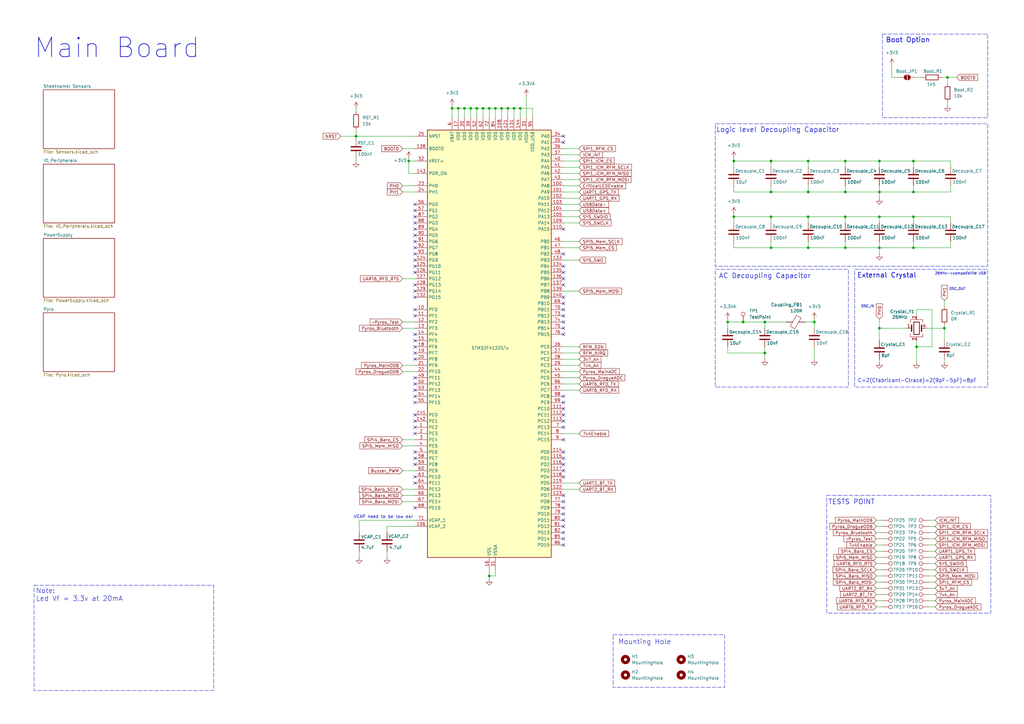
<source format=kicad_sch>
(kicad_sch (version 20231120) (generator "eeschema") (generator_version "8.0")
  (paper "A3")
  (title_block (title "Main Board") (date "2024-11-08") (company "GAUL"))
  (junction (at 187.96 44.45))
  (junction (at 304.8 132.08))
  (junction (at 374.65 88.9))
  (junction (at 387.35 134.62))
  (junction (at 313.69 132.08))
  (junction (at 210.82 44.45))
  (junction (at 200.66 236.22))
  (junction (at 300.99 66.04))
  (junction (at 146.05 55.88))
  (junction (at 205.74 44.45))
  (junction (at 360.68 101.6))
  (junction (at 375.92 142.24))
  (junction (at 346.71 78.74))
  (junction (at 346.71 66.04))
  (junction (at 313.69 144.78))
  (junction (at 360.68 78.74))
  (junction (at 374.65 78.74))
  (junction (at 346.71 101.6))
  (junction (at 193.04 44.45))
  (junction (at 203.2 44.45))
  (junction (at 300.99 88.9))
  (junction (at 374.65 101.6))
  (junction (at 374.65 66.04))
  (junction (at 331.47 101.6))
  (junction (at 185.42 44.45))
  (junction (at 167.64 66.04))
  (junction (at 195.58 44.45))
  (junction (at 316.23 88.9))
  (junction (at 200.66 44.45))
  (junction (at 346.71 88.9))
  (junction (at 331.47 66.04))
  (junction (at 198.12 44.45))
  (junction (at 331.47 88.9))
  (junction (at 360.68 88.9))
  (junction (at 388.62 31.75))
  (junction (at 334.01 132.08))
  (junction (at 316.23 78.74))
  (junction (at 316.23 101.6))
  (junction (at 213.36 44.45))
  (junction (at 316.23 66.04))
  (junction (at 298.45 132.08))
  (junction (at 331.47 78.74))
  (junction (at 360.68 66.04))
  (junction (at 208.28 44.45))
  (junction (at 360.68 134.62))
  (junction (at 190.5 44.45))
  (no_connect (at 170.18 83.82))
  (no_connect (at 170.18 86.36))
  (no_connect (at 170.18 137.16))
  (no_connect (at 170.18 109.22))
  (no_connect (at 231.14 180.34))
  (no_connect (at 231.14 109.22))
  (no_connect (at 170.18 165.1))
  (no_connect (at 231.14 208.28))
  (no_connect (at 170.18 101.6))
  (no_connect (at 170.18 162.56))
  (no_connect (at 231.14 134.62))
  (no_connect (at 170.18 185.42))
  (no_connect (at 231.14 124.46))
  (no_connect (at 170.18 88.9))
  (no_connect (at 231.14 213.36))
  (no_connect (at 170.18 187.96))
  (no_connect (at 170.18 129.54))
  (no_connect (at 170.18 93.98))
  (no_connect (at 231.14 190.5))
  (no_connect (at 170.18 111.76))
  (no_connect (at 170.18 96.52))
  (no_connect (at 231.14 116.84))
  (no_connect (at 231.14 132.08))
  (no_connect (at 231.14 137.16))
  (no_connect (at 170.18 170.18))
  (no_connect (at 170.18 106.68))
  (no_connect (at 170.18 121.92))
  (no_connect (at 231.14 114.3))
  (no_connect (at 170.18 104.14))
  (no_connect (at 170.18 190.5))
  (no_connect (at 231.14 58.42))
  (no_connect (at 231.14 195.58))
  (no_connect (at 170.18 144.78))
  (no_connect (at 231.14 55.88))
  (no_connect (at 170.18 154.94))
  (no_connect (at 231.14 111.76))
  (no_connect (at 231.14 187.96))
  (no_connect (at 170.18 172.72))
  (no_connect (at 231.14 210.82))
  (no_connect (at 231.14 172.72))
  (no_connect (at 170.18 127))
  (no_connect (at 170.18 198.12))
  (no_connect (at 231.14 223.52))
  (no_connect (at 231.14 93.98))
  (no_connect (at 170.18 157.48))
  (no_connect (at 170.18 99.06))
  (no_connect (at 170.18 119.38))
  (no_connect (at 231.14 215.9))
  (no_connect (at 231.14 218.44))
  (no_connect (at 170.18 91.44))
  (no_connect (at 231.14 205.74))
  (no_connect (at 231.14 162.56))
  (no_connect (at 231.14 203.2))
  (no_connect (at 170.18 175.26))
  (no_connect (at 231.14 220.98))
  (no_connect (at 231.14 193.04))
  (no_connect (at 231.14 167.64))
  (no_connect (at 231.14 104.14))
  (no_connect (at 231.14 175.26))
  (no_connect (at 170.18 160.02))
  (no_connect (at 170.18 142.24))
  (no_connect (at 231.14 121.92))
  (no_connect (at 170.18 208.28))
  (no_connect (at 231.14 165.1))
  (no_connect (at 170.18 147.32))
  (no_connect (at 170.18 116.84))
  (no_connect (at 231.14 129.54))
  (no_connect (at 231.14 185.42))
  (no_connect (at 231.14 170.18))
  (no_connect (at 170.18 195.58))
  (no_connect (at 231.14 127))
  (no_connect (at 170.18 177.8))
  (no_connect (at 170.18 139.7))
  (wire (pts (xy 165.1 134.62) (xy 170.18 134.62)))
  (wire (pts (xy 231.14 86.36) (xy 237.49 86.36)))
  (wire (pts (xy 360.68 88.9) (xy 346.71 88.9)))
  (wire (pts (xy 231.14 149.86) (xy 237.49 149.86)))
  (wire (pts (xy 298.45 144.78) (xy 313.69 144.78)))
  (wire (pts (xy 374.65 78.74) (xy 360.68 78.74)))
  (wire (pts (xy 231.14 81.28) (xy 237.49 81.28)))
  (wire (pts (xy 359.41 233.68) (xy 361.95 233.68)))
  (wire (pts (xy 331.47 91.44) (xy 331.47 88.9)))
  (wire (pts (xy 231.14 200.66) (xy 237.49 200.66)))
  (wire (pts (xy 300.99 78.74) (xy 316.23 78.74)))
  (wire (pts (xy 359.41 236.22) (xy 361.95 236.22)))
  (wire (pts (xy 231.14 60.96) (xy 237.49 60.96)))
  (wire (pts (xy 361.95 248.92) (xy 359.41 248.92)))
  (wire (pts (xy 165.1 200.66) (xy 170.18 200.66)))
  (wire (pts (xy 331.47 101.6) (xy 316.23 101.6)))
  (wire (pts (xy 237.49 154.94) (xy 231.14 154.94)))
  (wire (pts (xy 231.14 119.38) (xy 237.49 119.38)))
  (wire (pts (xy 346.71 78.74) (xy 331.47 78.74)))
  (wire (pts (xy 375.92 139.7) (xy 375.92 142.24)))
  (wire (pts (xy 360.68 101.6) (xy 360.68 104.14)))
  (wire (pts (xy 313.69 144.78) (xy 313.69 142.24)))
  (wire (pts (xy 346.71 66.04) (xy 331.47 66.04)))
  (wire (pts (xy 346.71 88.9) (xy 331.47 88.9)))
  (wire (pts (xy 187.96 44.45) (xy 187.96 48.26)))
  (wire (pts (xy 346.71 99.06) (xy 346.71 101.6)))
  (wire (pts (xy 387.35 123.19) (xy 387.35 125.73)))
  (wire (pts (xy 147.32 213.36) (xy 147.32 218.44)))
  (wire (pts (xy 387.35 147.32) (xy 387.35 148.59)))
  (wire (pts (xy 359.41 213.36) (xy 361.95 213.36)))
  (wire (pts (xy 231.14 142.24) (xy 237.49 142.24)))
  (wire (pts (xy 187.96 44.45) (xy 185.42 44.45)))
  (wire (pts (xy 365.76 31.75) (xy 368.3 31.75)))
  (wire (pts (xy 374.65 76.2) (xy 374.65 78.74)))
  (wire (pts (xy 334.01 132.08) (xy 334.01 134.62)))
  (wire (pts (xy 300.99 76.2) (xy 300.99 78.74)))
  (wire (pts (xy 185.42 44.45) (xy 185.42 48.26)))
  (wire (pts (xy 359.41 226.06) (xy 361.95 226.06)))
  (wire (pts (xy 360.68 66.04) (xy 374.65 66.04)))
  (wire (pts (xy 359.41 238.76) (xy 361.95 238.76)))
  (wire (pts (xy 389.89 78.74) (xy 374.65 78.74)))
  (wire (pts (xy 203.2 44.45) (xy 200.66 44.45)))
  (wire (pts (xy 146.05 55.88) (xy 146.05 57.15)))
  (wire (pts (xy 158.75 215.9) (xy 170.18 215.9)))
  (wire (pts (xy 203.2 44.45) (xy 203.2 48.26)))
  (wire (pts (xy 170.18 213.36) (xy 147.32 213.36)))
  (wire (pts (xy 195.58 44.45) (xy 193.04 44.45)))
  (wire (pts (xy 190.5 44.45) (xy 187.96 44.45)))
  (wire (pts (xy 146.05 53.34) (xy 146.05 55.88)))
  (wire (pts (xy 360.68 101.6) (xy 346.71 101.6)))
  (wire (pts (xy 381 215.9) (xy 383.54 215.9)))
  (wire (pts (xy 359.41 220.98) (xy 361.95 220.98)))
  (wire (pts (xy 231.14 68.58) (xy 237.49 68.58)))
  (wire (pts (xy 365.76 26.67) (xy 365.76 31.75)))
  (wire (pts (xy 382.27 127) (xy 375.92 127)))
  (wire (pts (xy 381 241.3) (xy 383.54 241.3)))
  (wire (pts (xy 200.66 236.22) (xy 200.66 237.49)))
  (wire (pts (xy 200.66 44.45) (xy 198.12 44.45)))
  (wire (pts (xy 381 248.92) (xy 383.54 248.92)))
  (wire (pts (xy 300.99 87.63) (xy 300.99 88.9)))
  (wire (pts (xy 331.47 66.04) (xy 316.23 66.04)))
  (wire (pts (xy 231.14 106.68) (xy 237.49 106.68)))
  (wire (pts (xy 158.75 218.44) (xy 158.75 215.9)))
  (wire (pts (xy 372.11 134.62) (xy 360.68 134.62)))
  (wire (pts (xy 205.74 44.45) (xy 203.2 44.45)))
  (wire (pts (xy 374.65 101.6) (xy 389.89 101.6)))
  (wire (pts (xy 213.36 44.45) (xy 210.82 44.45)))
  (wire (pts (xy 381 246.38) (xy 383.54 246.38)))
  (wire (pts (xy 360.68 68.58) (xy 360.68 66.04)))
  (wire (pts (xy 200.66 44.45) (xy 200.66 48.26)))
  (wire (pts (xy 165.1 78.74) (xy 170.18 78.74)))
  (wire (pts (xy 381 236.22) (xy 383.54 236.22)))
  (wire (pts (xy 389.89 76.2) (xy 389.89 78.74)))
  (wire (pts (xy 298.45 142.24) (xy 298.45 144.78)))
  (wire (pts (xy 298.45 130.81) (xy 298.45 132.08)))
  (wire (pts (xy 300.99 88.9) (xy 300.99 91.44)))
  (wire (pts (xy 388.62 41.91) (xy 388.62 43.18)))
  (wire (pts (xy 231.14 144.78) (xy 237.49 144.78)))
  (wire (pts (xy 231.14 147.32) (xy 237.49 147.32)))
  (wire (pts (xy 231.14 198.12) (xy 237.49 198.12)))
  (wire (pts (xy 346.71 91.44) (xy 346.71 88.9)))
  (wire (pts (xy 300.99 99.06) (xy 300.99 101.6)))
  (wire (pts (xy 300.99 66.04) (xy 316.23 66.04)))
  (wire (pts (xy 147.32 226.06) (xy 147.32 228.6)))
  (wire (pts (xy 316.23 91.44) (xy 316.23 88.9)))
  (wire (pts (xy 389.89 99.06) (xy 389.89 101.6)))
  (wire (pts (xy 203.2 233.68) (xy 203.2 236.22)))
  (wire (pts (xy 374.65 99.06) (xy 374.65 101.6)))
  (wire (pts (xy 381 243.84) (xy 383.54 243.84)))
  (wire (pts (xy 331.47 88.9) (xy 316.23 88.9)))
  (wire (pts (xy 208.28 44.45) (xy 205.74 44.45)))
  (wire (pts (xy 165.1 180.34) (xy 170.18 180.34)))
  (wire (pts (xy 381 213.36) (xy 383.54 213.36)))
  (wire (pts (xy 193.04 44.45) (xy 193.04 48.26)))
  (wire (pts (xy 231.14 71.12) (xy 237.49 71.12)))
  (wire (pts (xy 208.28 44.45) (xy 208.28 48.26)))
  (wire (pts (xy 231.14 63.5) (xy 237.49 63.5)))
  (wire (pts (xy 231.14 83.82) (xy 237.49 83.82)))
  (wire (pts (xy 231.14 91.44) (xy 237.49 91.44)))
  (wire (pts (xy 331.47 99.06) (xy 331.47 101.6)))
  (wire (pts (xy 331.47 78.74) (xy 316.23 78.74)))
  (wire (pts (xy 360.68 130.81) (xy 360.68 134.62)))
  (wire (pts (xy 313.69 132.08) (xy 313.69 134.62)))
  (wire (pts (xy 361.95 246.38) (xy 359.41 246.38)))
  (wire (pts (xy 300.99 66.04) (xy 300.99 68.58)))
  (wire (pts (xy 167.64 64.77) (xy 167.64 66.04)))
  (wire (pts (xy 237.49 152.4) (xy 231.14 152.4)))
  (wire (pts (xy 215.9 39.37) (xy 215.9 48.26)))
  (wire (pts (xy 190.5 44.45) (xy 190.5 48.26)))
  (wire (pts (xy 167.64 66.04) (xy 170.18 66.04)))
  (wire (pts (xy 165.1 114.3) (xy 170.18 114.3)))
  (wire (pts (xy 359.41 215.9) (xy 361.95 215.9)))
  (wire (pts (xy 165.1 60.96) (xy 170.18 60.96)))
  (wire (pts (xy 381 220.98) (xy 383.54 220.98)))
  (wire (pts (xy 316.23 68.58) (xy 316.23 66.04)))
  (wire (pts (xy 382.27 142.24) (xy 375.92 142.24)))
  (wire (pts (xy 381 218.44) (xy 383.54 218.44)))
  (wire (pts (xy 298.45 132.08) (xy 298.45 134.62)))
  (wire (pts (xy 360.68 78.74) (xy 346.71 78.74)))
  (wire (pts (xy 165.1 193.04) (xy 170.18 193.04)))
  (wire (pts (xy 360.68 99.06) (xy 360.68 101.6)))
  (wire (pts (xy 374.65 101.6) (xy 360.68 101.6)))
  (wire (pts (xy 205.74 44.45) (xy 205.74 48.26)))
  (wire (pts (xy 346.71 68.58) (xy 346.71 66.04)))
  (wire (pts (xy 231.14 78.74) (xy 237.49 78.74)))
  (wire (pts (xy 185.42 43.18) (xy 185.42 44.45)))
  (wire (pts (xy 381 226.06) (xy 383.54 226.06)))
  (wire (pts (xy 386.08 31.75) (xy 388.62 31.75)))
  (wire (pts (xy 165.1 76.2) (xy 170.18 76.2)))
  (wire (pts (xy 231.14 99.06) (xy 237.49 99.06)))
  (wire (pts (xy 167.64 66.04) (xy 167.64 71.12)))
  (wire (pts (xy 334.01 130.81) (xy 334.01 132.08)))
  (wire (pts (xy 331.47 76.2) (xy 331.47 78.74)))
  (wire (pts (xy 374.65 88.9) (xy 374.65 91.44)))
  (wire (pts (xy 203.2 236.22) (xy 200.66 236.22)))
  (wire (pts (xy 231.14 88.9) (xy 237.49 88.9)))
  (wire (pts (xy 198.12 44.45) (xy 198.12 48.26)))
  (wire (pts (xy 360.68 134.62) (xy 360.68 139.7)))
  (wire (pts (xy 389.89 66.04) (xy 389.89 68.58)))
  (wire (pts (xy 304.8 132.08) (xy 298.45 132.08)))
  (wire (pts (xy 313.69 132.08) (xy 322.58 132.08)))
  (wire (pts (xy 388.62 31.75) (xy 388.62 34.29)))
  (wire (pts (xy 360.68 78.74) (xy 360.68 81.28)))
  (wire (pts (xy 361.95 241.3) (xy 359.41 241.3)))
  (wire (pts (xy 195.58 44.45) (xy 195.58 48.26)))
  (wire (pts (xy 387.35 134.62) (xy 387.35 139.7)))
  (wire (pts (xy 313.69 144.78) (xy 313.69 147.32)))
  (wire (pts (xy 389.89 88.9) (xy 389.89 91.44)))
  (wire (pts (xy 388.62 31.75) (xy 392.43 31.75)))
  (wire (pts (xy 231.14 177.8) (xy 237.49 177.8)))
  (wire (pts (xy 374.65 88.9) (xy 389.89 88.9)))
  (wire (pts (xy 359.41 223.52) (xy 361.95 223.52)))
  (wire (pts (xy 375.92 31.75) (xy 378.46 31.75)))
  (wire (pts (xy 334.01 142.24) (xy 334.01 147.32)))
  (wire (pts (xy 346.71 76.2) (xy 346.71 78.74)))
  (wire (pts (xy 165.1 152.4) (xy 170.18 152.4)))
  (wire (pts (xy 360.68 66.04) (xy 346.71 66.04)))
  (wire (pts (xy 146.05 44.45) (xy 146.05 45.72)))
  (wire (pts (xy 374.65 66.04) (xy 389.89 66.04)))
  (wire (pts (xy 382.27 127) (xy 382.27 142.24)))
  (wire (pts (xy 381 238.76) (xy 383.54 238.76)))
  (wire (pts (xy 165.1 149.86) (xy 170.18 149.86)))
  (wire (pts (xy 231.14 101.6) (xy 237.49 101.6)))
  (wire (pts (xy 360.68 76.2) (xy 360.68 78.74)))
  (wire (pts (xy 218.44 48.26) (xy 218.44 44.45)))
  (wire (pts (xy 158.75 226.06) (xy 158.75 228.6)))
  (wire (pts (xy 231.14 76.2) (xy 237.49 76.2)))
  (wire (pts (xy 231.14 157.48) (xy 237.49 157.48)))
  (wire (pts (xy 331.47 68.58) (xy 331.47 66.04)))
  (wire (pts (xy 360.68 91.44) (xy 360.68 88.9)))
  (wire (pts (xy 379.73 134.62) (xy 387.35 134.62)))
  (wire (pts (xy 146.05 55.88) (xy 170.18 55.88)))
  (wire (pts (xy 300.99 88.9) (xy 316.23 88.9)))
  (wire (pts (xy 167.64 71.12) (xy 170.18 71.12)))
  (wire (pts (xy 360.68 147.32) (xy 360.68 148.59)))
  (wire (pts (xy 218.44 44.45) (xy 213.36 44.45)))
  (wire (pts (xy 374.65 66.04) (xy 374.65 68.58)))
  (wire (pts (xy 381 228.6) (xy 383.54 228.6)))
  (wire (pts (xy 193.04 44.45) (xy 190.5 44.45)))
  (wire (pts (xy 213.36 44.45) (xy 213.36 48.26)))
  (wire (pts (xy 359.41 228.6) (xy 361.95 228.6)))
  (wire (pts (xy 210.82 44.45) (xy 208.28 44.45)))
  (wire (pts (xy 165.1 132.08) (xy 170.18 132.08)))
  (wire (pts (xy 231.14 160.02) (xy 237.49 160.02)))
  (wire (pts (xy 165.1 203.2) (xy 170.18 203.2)))
  (wire (pts (xy 231.14 66.04) (xy 237.49 66.04)))
  (wire (pts (xy 346.71 101.6) (xy 331.47 101.6)))
  (wire (pts (xy 316.23 99.06) (xy 316.23 101.6)))
  (wire (pts (xy 165.1 182.88) (xy 170.18 182.88)))
  (wire (pts (xy 139.7 55.88) (xy 146.05 55.88)))
  (wire (pts (xy 381 233.68) (xy 383.54 233.68)))
  (wire (pts (xy 360.68 88.9) (xy 374.65 88.9)))
  (wire (pts (xy 387.35 133.35) (xy 387.35 134.62)))
  (wire (pts (xy 375.92 127) (xy 375.92 129.54)))
  (wire (pts (xy 210.82 44.45) (xy 210.82 48.26)))
  (wire (pts (xy 316.23 76.2) (xy 316.23 78.74)))
  (wire (pts (xy 200.66 233.68) (xy 200.66 236.22)))
  (wire (pts (xy 231.14 73.66) (xy 237.49 73.66)))
  (wire (pts (xy 381 231.14) (xy 383.54 231.14)))
  (wire (pts (xy 300.99 101.6) (xy 316.23 101.6)))
  (wire (pts (xy 146.05 64.77) (xy 146.05 66.04)))
  (wire (pts (xy 198.12 44.45) (xy 195.58 44.45)))
  (wire (pts (xy 359.41 218.44) (xy 361.95 218.44)))
  (wire (pts (xy 375.92 142.24) (xy 375.92 148.59)))
  (wire (pts (xy 381 223.52) (xy 383.54 223.52)))
  (wire (pts (xy 313.69 132.08) (xy 304.8 132.08)))
  (wire (pts (xy 300.99 64.77) (xy 300.99 66.04)))
  (wire (pts (xy 330.2 132.08) (xy 334.01 132.08)))
  (wire (pts (xy 165.1 205.74) (xy 170.18 205.74)))
  (wire (pts (xy 361.95 243.84) (xy 359.41 243.84)))
  (wire (pts (xy 359.41 231.14) (xy 361.95 231.14)))
  (rectangle (start 293.37 110.49) (end 347.98 158.75) (stroke (width 0) (type dash)))
  (rectangle (start 13.97 240.03) (end 87.63 283.21) (stroke (width 0) (type dash)))
  (rectangle (start 251.46 260.35) (end 297.18 281.94) (stroke (width 0) (type dash)))
  (rectangle (start 339.09 203.2) (end 406.4 251.46) (stroke (width 0) (type dash)))
  (rectangle (start 361.95 13.97) (end 405.13 48.26) (stroke (width 0) (type dash)))
  (rectangle (start 293.37 50.8) (end 405.13 109.22) (stroke (width 0) (type dash)))
  (rectangle (start 350.52 110.49) (end 405.13 158.75) (stroke (width 0) (type dash)))
  (text "VCAP need to be low esr" (at 157.226 212.09 0) (effects (font (size 1.27 1.27))))
  (text "26MHz->compatibilité USB" (at 393.954 112.268 0) (effects (font (size 1 1))))
  (text "C=2(Cfabricant-Ctrace)=2(9pF-5pF)=8pF" (at 351.79 156.21 0) (effects (font (size 1.5 1.5)) (justify left)))
  (text "Main Board" (at 48.006 19.812 0) (effects (font (size 8 8) (thickness 0.254) (bold yes))))
  (text "Mounting Hole" (at 264.414 263.398 0) (effects (font (size 2 2))))
  (text "Boot Option" (at 372.364 16.51 0) (effects (font (size 2 2) (thickness 0.25))))
  (text "Note:\nLed Vf = 3.3v at 20mA" (at 14.732 244.094 0) (effects (font (size 2 2)) (justify left)))
  (text "AC Decoupling Capacitor" (at 313.69 113.284 0) (effects (font (size 2 2) (thickness 0.1875))))
  (text "OSC_OUT" (at 392.684 118.618 0) (effects (font (size 1 1))))
  (text "TESTS POINT\n" (at 349.25 205.994 0) (effects (font (size 2 2) (thickness 0.1875))))
  (text "External Crystal" (at 363.728 113.03 0) (effects (font (size 2 2) (thickness 0.25))))
  (text "Logic level Decoupling Capacitor" (at 319.024 53.34 0) (effects (font (size 2 2) (thickness 0.1875))))
  (text "OSC_IN" (at 355.854 125.73 0) (effects (font (size 1 1))))
  (global_label "SPI1_ICM_RFM_MISO" (shape input) (at 237.49 71.12 0) (property "Intersheetrefs" "${INTERSHEET_REFS}" (effects (hide yes))))
  (global_label "Pyros_MainADC" (shape input) (at 237.49 152.4 0) (property "Intersheetrefs" "${INTERSHEET_REFS}" (effects (hide yes))))
  (global_label "RFM_SDN" (shape input) (at 237.49 142.24 0) (property "Intersheetrefs" "${INTERSHEET_REFS}" (effects (hide yes))))
  (global_label "UART2_BT_RX" (shape input) (at 237.49 200.66 0) (property "Intersheetrefs" "${INTERSHEET_REFS}" (effects (hide yes))))
  (global_label "UART6_RFD_RTS" (shape input) (at 165.1 114.3 180) (property "Intersheetrefs" "${INTERSHEET_REFS}" (effects (hide yes))))
  (global_label "PH0" (shape input) (at 165.1 76.2 180) (property "Intersheetrefs" "${INTERSHEET_REFS}" (effects (hide yes))))
  (global_label "SPI4_Baro_MISO" (shape input) (at 165.1 203.2 180) (property "Intersheetrefs" "${INTERSHEET_REFS}" (effects (hide yes))))
  (global_label "RFM_NIRQ" (shape input) (at 237.49 144.78 0) (property "Intersheetrefs" "${INTERSHEET_REFS}" (effects (hide yes))))
  (global_label "~Pyros_Test" (shape input) (at 359.41 220.98 180) (property "Intersheetrefs" "${INTERSHEET_REFS}" (effects (hide yes))))
  (global_label "7v4Enable" (shape input) (at 237.49 177.8 0) (property "Intersheetrefs" "${INTERSHEET_REFS}" (effects (hide yes))))
  (global_label "3v7_An" (shape input) (at 237.49 147.32 0) (property "Intersheetrefs" "${INTERSHEET_REFS}" (effects (hide yes))))
  (global_label "UART6_RFD_TX" (shape input) (at 237.49 157.48 0) (property "Intersheetrefs" "${INTERSHEET_REFS}" (effects (hide yes))))
  (global_label "UART6_RFD_RX" (shape input) (at 359.41 246.38 180) (property "Intersheetrefs" "${INTERSHEET_REFS}" (effects (hide yes))))
  (global_label "SPI1_ICM_RFM_MOSI" (shape input) (at 237.49 73.66 0) (property "Intersheetrefs" "${INTERSHEET_REFS}" (effects (hide yes))))
  (global_label "UART2_BT_TX" (shape input) (at 359.41 243.84 180) (property "Intersheetrefs" "${INTERSHEET_REFS}" (effects (hide yes))))
  (global_label "SPI4_Baro_CS" (shape input) (at 165.1 180.34 180) (property "Intersheetrefs" "${INTERSHEET_REFS}" (effects (hide yes))))
  (global_label "3v7_An" (shape input) (at 383.54 241.3 0) (property "Intersheetrefs" "${INTERSHEET_REFS}" (effects (hide yes))))
  (global_label "~Pyros_Test" (shape input) (at 165.1 132.08 180) (property "Intersheetrefs" "${INTERSHEET_REFS}" (effects (hide yes))))
  (global_label "UART6_RFD_RX" (shape input) (at 237.49 160.02 0) (property "Intersheetrefs" "${INTERSHEET_REFS}" (effects (hide yes))))
  (global_label "SPI5_Mem_MISO" (shape input) (at 165.1 182.88 180) (property "Intersheetrefs" "${INTERSHEET_REFS}" (effects (hide yes))))
  (global_label "BOOT0" (shape input) (at 165.1 60.96 180) (effects (font (thickness 0.1588))) (property "Intersheetrefs" "${INTERSHEET_REFS}" (effects (hide yes))))
  (global_label "SYS_SWDIO" (shape input) (at 383.54 231.14 0) (property "Intersheetrefs" "${INTERSHEET_REFS}" (effects (hide yes))))
  (global_label "PH1" (shape input) (at 387.35 123.19 90) (property "Intersheetrefs" "${INTERSHEET_REFS}" (effects (hide yes))))
  (global_label "UART6_RFD_RTS" (shape input) (at 359.41 231.14 180) (property "Intersheetrefs" "${INTERSHEET_REFS}" (effects (hide yes))))
  (global_label "7v4Enable" (shape input) (at 359.41 223.52 180) (property "Intersheetrefs" "${INTERSHEET_REFS}" (effects (hide yes))))
  (global_label "ICM_INT" (shape input) (at 237.49 63.5 0) (property "Intersheetrefs" "${INTERSHEET_REFS}" (effects (hide yes))))
  (global_label "SPI4_Baro_MOSI" (shape input) (at 165.1 205.74 180) (property "Intersheetrefs" "${INTERSHEET_REFS}" (effects (hide yes))))
  (global_label "SPI4_Baro_SCLK" (shape input) (at 165.1 200.66 180) (property "Intersheetrefs" "${INTERSHEET_REFS}" (effects (hide yes))))
  (global_label "SYS_SWCLK" (shape input) (at 383.54 233.68 0) (property "Intersheetrefs" "${INTERSHEET_REFS}" (effects (hide yes))))
  (global_label "Pyros_MainODB" (shape input) (at 359.41 213.36 180) (property "Intersheetrefs" "${INTERSHEET_REFS}" (effects (hide yes))))
  (global_label "SPI1_ICM_RFM_SCLK" (shape input) (at 383.54 218.44 0) (property "Intersheetrefs" "${INTERSHEET_REFS}" (effects (hide yes))))
  (global_label "Pyros_DrogueADC" (shape input) (at 237.49 154.94 0) (property "Intersheetrefs" "${INTERSHEET_REFS}" (effects (hide yes))))
  (global_label "SPI5_Mem_CS" (shape input) (at 237.49 101.6 0) (property "Intersheetrefs" "${INTERSHEET_REFS}" (effects (hide yes))))
  (global_label "ICM_INT" (shape input) (at 383.54 213.36 0) (property "Intersheetrefs" "${INTERSHEET_REFS}" (effects (hide yes))))
  (global_label "UART1_GPS_RX" (shape input) (at 383.54 228.6 0) (property "Intersheetrefs" "${INTERSHEET_REFS}" (effects (hide yes))))
  (global_label "SPI1_ICM_CS" (shape input) (at 237.49 66.04 0) (property "Intersheetrefs" "${INTERSHEET_REFS}" (effects (hide yes))))
  (global_label "USBData-" (shape input) (at 237.49 83.82 0) (property "Intersheetrefs" "${INTERSHEET_REFS}" (effects (hide yes))))
  (global_label "SPI5_Mem_MOSI" (shape input) (at 237.49 119.38 0) (property "Intersheetrefs" "${INTERSHEET_REFS}" (effects (hide yes))))
  (global_label "Pyros_MainODB" (shape input) (at 165.1 149.86 180) (property "Intersheetrefs" "${INTERSHEET_REFS}" (effects (hide yes))))
  (global_label "UART2_BT_RX" (shape input) (at 359.41 241.3 180) (property "Intersheetrefs" "${INTERSHEET_REFS}" (effects (hide yes))))
  (global_label "Pyros_DrogueODB" (shape input) (at 359.41 215.9 180) (property "Intersheetrefs" "${INTERSHEET_REFS}" (effects (hide yes))))
  (global_label "7v4_An" (shape input) (at 237.49 149.86 0) (property "Intersheetrefs" "${INTERSHEET_REFS}" (effects (hide yes))))
  (global_label "USBData+" (shape input) (at 237.49 86.36 0) (property "Intersheetrefs" "${INTERSHEET_REFS}" (effects (hide yes))))
  (global_label "SPI1_RFM_CS" (shape input) (at 383.54 238.76 0) (property "Intersheetrefs" "${INTERSHEET_REFS}" (effects (hide yes))))
  (global_label "SYS_SWCLK" (shape input) (at 237.49 91.44 0) (property "Intersheetrefs" "${INTERSHEET_REFS}" (effects (hide yes))))
  (global_label "Buzzer_PWM" (shape input) (at 165.1 193.04 180) (effects (font (thickness 0.1588))) (property "Intersheetrefs" "${INTERSHEET_REFS}" (effects (hide yes))))
  (global_label "SPI1_ICM_RFM_MOSI" (shape input) (at 383.54 223.52 0) (property "Intersheetrefs" "${INTERSHEET_REFS}" (effects (hide yes))))
  (global_label "PH1" (shape input) (at 165.1 78.74 180) (property "Intersheetrefs" "${INTERSHEET_REFS}" (effects (hide yes))))
  (global_label "CriticalLEDEnable" (shape input) (at 237.49 76.2 0) (property "Intersheetrefs" "${INTERSHEET_REFS}" (effects (hide yes))))
  (global_label "SPI1_ICM_RFM_SCLK" (shape input) (at 237.49 68.58 0) (property "Intersheetrefs" "${INTERSHEET_REFS}" (effects (hide yes))))
  (global_label "Pyros_DrogueODB" (shape input) (at 165.1 152.4 180) (property "Intersheetrefs" "${INTERSHEET_REFS}" (effects (hide yes))))
  (global_label "Pyros_DrogueADC" (shape input) (at 383.54 248.92 0) (property "Intersheetrefs" "${INTERSHEET_REFS}" (effects (hide yes))))
  (global_label "SPI4_Baro_MISO" (shape input) (at 359.41 236.22 180) (property "Intersheetrefs" "${INTERSHEET_REFS}" (effects (hide yes))))
  (global_label "SPI4_Baro_SCLK" (shape input) (at 359.41 233.68 180) (property "Intersheetrefs" "${INTERSHEET_REFS}" (effects (hide yes))))
  (global_label "UART2_BT_TX" (shape input) (at 237.49 198.12 0) (property "Intersheetrefs" "${INTERSHEET_REFS}" (effects (hide yes))))
  (global_label "SPI1_ICM_RFM_MISO" (shape input) (at 383.54 220.98 0) (property "Intersheetrefs" "${INTERSHEET_REFS}" (effects (hide yes))))
  (global_label "UART6_RFD_TX" (shape input) (at 359.41 248.92 180) (property "Intersheetrefs" "${INTERSHEET_REFS}" (effects (hide yes))))
  (global_label "SPI5_Mem_SCLK" (shape input) (at 237.49 99.06 0) (property "Intersheetrefs" "${INTERSHEET_REFS}" (effects (hide yes))))
  (global_label "SYS_SWDIO" (shape input) (at 237.49 88.9 0) (property "Intersheetrefs" "${INTERSHEET_REFS}" (effects (hide yes))))
  (global_label "Pyros_MainADC" (shape input) (at 383.54 246.38 0) (property "Intersheetrefs" "${INTERSHEET_REFS}" (effects (hide yes))))
  (global_label "NRST" (shape input) (at 139.7 55.88 180) (property "Intersheetrefs" "${INTERSHEET_REFS}" (effects (hide yes))))
  (global_label "SPI1_RFM_CS" (shape input) (at 237.49 60.96 0) (property "Intersheetrefs" "${INTERSHEET_REFS}" (effects (hide yes))))
  (global_label "UART1_GPS_TX" (shape input) (at 237.49 78.74 0) (property "Intersheetrefs" "${INTERSHEET_REFS}" (effects (hide yes))))
  (global_label "SPI4_Baro_MOSI" (shape input) (at 359.41 238.76 180) (property "Intersheetrefs" "${INTERSHEET_REFS}" (effects (hide yes))))
  (global_label "Pyros_Bluetooth" (shape input) (at 359.41 218.44 180) (property "Intersheetrefs" "${INTERSHEET_REFS}" (effects (hide yes))))
  (global_label "SPI1_ICM_CS" (shape input) (at 383.54 215.9 0) (property "Intersheetrefs" "${INTERSHEET_REFS}" (effects (hide yes))))
  (global_label "SYS_SWO" (shape input) (at 237.49 106.68 0) (property "Intersheetrefs" "${INTERSHEET_REFS}" (effects (hide yes))))
  (global_label "BOOT0" (shape input) (at 392.43 31.75 0) (effects (font (thickness 0.1588))) (property "Intersheetrefs" "${INTERSHEET_REFS}" (effects (hide yes))))
  (global_label "PH0" (shape input) (at 360.68 130.81 90) (property "Intersheetrefs" "${INTERSHEET_REFS}" (effects (hide yes))))
  (global_label "UART1_GPS_RX" (shape input) (at 237.49 81.28 0) (property "Intersheetrefs" "${INTERSHEET_REFS}" (effects (hide yes))))
  (global_label "UART1_GPS_TX" (shape input) (at 383.54 226.06 0) (property "Intersheetrefs" "${INTERSHEET_REFS}" (effects (hide yes))))
  (global_label "7v4_An" (shape input) (at 383.54 243.84 0) (property "Intersheetrefs" "${INTERSHEET_REFS}" (effects (hide yes))))
  (global_label "SPI4_Baro_CS" (shape input) (at 359.41 226.06 180) (property "Intersheetrefs" "${INTERSHEET_REFS}" (effects (hide yes))))
  (global_label "SPI5_Mem_MISO" (shape input) (at 359.41 228.6 180) (property "Intersheetrefs" "${INTERSHEET_REFS}" (effects (hide yes))))
  (global_label "Pyros_Bluetooth" (shape input) (at 165.1 134.62 180) (property "Intersheetrefs" "${INTERSHEET_REFS}" (effects (hide yes))))
  (global_label "SPI5_Mem_MOSI" (shape input) (at 383.54 236.22 0) (property "Intersheetrefs" "${INTERSHEET_REFS}" (effects (hide yes))))
  (symbol (lib_id "power:GND") (at 360.68 148.59 0) (unit 1)
    (property "Reference" "#PWR040" (effects (hide yes)))
    (property "Value" "GND" (effects (hide yes)))
    (property "Description" "Power symbol creates a global label with name \"GND\" , ground" (effects (hide yes)))
  )
  (symbol (lib_id "Connector:TestPoint") (at 361.95 215.9 270) (unit 1)
    (property "Reference" "TP24" (at 368.808 215.9 90))
    (property "Value" "TestPoint" (effects (hide yes)))
    (property "Footprint" "TestPoint:TestPoint_Pad_D1.0mm" (effects (hide yes)))
    (property "Description" "test point" (effects (hide yes)))
  )
  (symbol (lib_id "Device:C") (at 316.23 95.25 0) (unit 1)
    (property "Reference" "Decouple_C9" (at 316.738 92.964 0) (effects (justify left)))
    (property "Value" "100nF" (at 316.992 97.536 0) (effects (justify left)))
    (property "Footprint" "Capacitor_SMD:C_0603_1608Metric" (effects (hide yes)))
    (property "Description" "Unpolarized capacitor" (effects (hide yes)))
  )
  (symbol (lib_id "Device:C") (at 147.32 222.25 0) (unit 1)
    (property "Reference" "VCAP_C1" (at 148.082 220.218 0) (effects (justify left)))
    (property "Value" "4.7uF" (at 148.082 224.536 0) (effects (justify left)))
    (property "Footprint" "Capacitor_SMD:C_0603_1608Metric" (effects (hide yes)))
    (property "Description" "Unpolarized capacitor" (effects (hide yes)))
  )
  (symbol (lib_id "Device:R") (at 146.05 49.53 0) (unit 1)
    (property "Reference" "RST_R1" (at 148.59 48.2599 0) (effects (justify left)))
    (property "Value" "10k" (at 148.59 50.7999 0) (effects (justify left)))
    (property "Footprint" "Resistor_SMD:R_0603_1608Metric" (effects (hide yes)))
    (property "Description" "Resistor" (effects (hide yes)))
  )
  (symbol (lib_id "power:GND") (at 360.68 104.14 0) (unit 1)
    (property "Reference" "#PWR0101" (effects (hide yes)))
    (property "Value" "GND" (effects (hide yes)))
    (property "Description" "Power symbol creates a global label with name \"GND\" , ground" (effects (hide yes)))
  )
  (symbol (lib_id "Device:C") (at 374.65 72.39 0) (unit 1)
    (property "Reference" "Decouple_C6" (at 375.158 70.104 0) (effects (justify left)))
    (property "Value" "100nF" (at 375.412 74.676 0) (effects (justify left)))
    (property "Footprint" "Capacitor_SMD:C_0603_1608Metric" (effects (hide yes)))
    (property "Description" "Unpolarized capacitor" (effects (hide yes)))
  )
  (symbol (lib_id "Device:C") (at 334.01 138.43 0) (unit 1)
    (property "Reference" "Decouple_C16" (at 334.518 136.144 0) (effects (justify left)))
    (property "Value" "10nF" (at 334.772 140.716 0) (effects (justify left)))
    (property "Footprint" "Capacitor_SMD:C_0603_1608Metric" (effects (hide yes)))
    (property "Description" "Unpolarized capacitor" (effects (hide yes)))
  )
  (symbol (lib_id "Device:C") (at 389.89 95.25 0) (unit 1)
    (property "Reference" "Decouple_C17" (at 390.398 92.964 0) (effects (justify left)))
    (property "Value" "100nF" (at 390.652 97.536 0) (effects (justify left)))
    (property "Footprint" "Capacitor_SMD:C_0603_1608Metric" (effects (hide yes)))
    (property "Description" "Unpolarized capacitor" (effects (hide yes)))
  )
  (symbol (lib_id "power:GND") (at 334.01 147.32 0) (unit 1)
    (property "Reference" "#PWR039" (effects (hide yes)))
    (property "Value" "GND" (effects (hide yes)))
    (property "Description" "Power symbol creates a global label with name \"GND\" , ground" (effects (hide yes)))
  )
  (symbol (lib_id "power:GND") (at 146.05 66.04 0) (unit 1)
    (property "Reference" "#PWR045" (effects (hide yes)))
    (property "Value" "GND" (effects (hide yes)))
    (property "Description" "Power symbol creates a global label with name \"GND\" , ground" (effects (hide yes)))
  )
  (symbol (lib_id "Connector:TestPoint") (at 381 236.22 90) (unit 1)
    (property "Reference" "TP11" (at 374.142 236.22 90))
    (property "Value" "TestPoint" (effects (hide yes)))
    (property "Footprint" "TestPoint:TestPoint_Pad_D1.0mm" (effects (hide yes)))
    (property "Description" "test point" (effects (hide yes)))
  )
  (symbol (lib_id "Connector:TestPoint") (at 381 220.98 90) (unit 1)
    (property "Reference" "TP5" (at 374.142 220.98 90))
    (property "Value" "TestPoint" (effects (hide yes)))
    (property "Footprint" "TestPoint:TestPoint_Pad_D1.0mm" (effects (hide yes)))
    (property "Description" "test point" (effects (hide yes)))
  )
  (symbol (lib_id "Connector:TestPoint") (at 381 218.44 90) (unit 1)
    (property "Reference" "TP4" (at 374.142 218.44 90))
    (property "Value" "TestPoint" (effects (hide yes)))
    (property "Footprint" "TestPoint:TestPoint_Pad_D1.0mm" (effects (hide yes)))
    (property "Description" "test point" (effects (hide yes)))
  )
  (symbol (lib_id "Connector:TestPoint") (at 381 231.14 90) (unit 1)
    (property "Reference" "TP9" (at 374.142 231.14 90))
    (property "Value" "TestPoint" (effects (hide yes)))
    (property "Footprint" "TestPoint:TestPoint_Pad_D1.0mm" (effects (hide yes)))
    (property "Description" "test point" (effects (hide yes)))
  )
  (symbol (lib_id "power:+3V3") (at 300.99 64.77 0) (unit 1)
    (property "Reference" "#PWR018" (effects (hide yes)))
    (property "Value" "+3V3" (at 300.99 59.69 0))
    (property "Description" "Power symbol creates a global label with name \"+3V3\"" (effects (hide yes)))
  )
  (symbol (lib_id "Device:C") (at 331.47 72.39 0) (unit 1)
    (property "Reference" "Decouple_C3" (at 331.978 70.104 0) (effects (justify left)))
    (property "Value" "100nF" (at 332.232 74.676 0) (effects (justify left)))
    (property "Footprint" "Capacitor_SMD:C_0603_1608Metric" (effects (hide yes)))
    (property "Description" "Unpolarized capacitor" (effects (hide yes)))
  )
  (symbol (lib_id "power:+3V3") (at 334.01 130.81 0) (unit 1)
    (property "Reference" "#PWR037" (effects (hide yes)))
    (property "Value" "+3V3" (at 334.01 125.73 0))
    (property "Description" "Power symbol creates a global label with name \"+3V3\"" (effects (hide yes)))
  )
  (symbol (lib_id "power:GND") (at 388.62 43.18 0) (unit 1)
    (property "Reference" "#PWR017" (effects (hide yes)))
    (property "Value" "GND" (effects (hide yes)))
    (property "Description" "Power symbol creates a global label with name \"GND\" , ground" (effects (hide yes)))
  )
  (symbol (lib_id "Device:R") (at 382.27 31.75 90) (unit 1)
    (property "Reference" "Boot_R1" (at 386.588 29.21 90) (effects (justify left)))
    (property "Value" "1k5" (at 383.794 34.544 90) (effects (justify left)))
    (property "Footprint" "Resistor_SMD:R_0603_1608Metric" (effects (hide yes)))
    (property "Description" "Resistor" (effects (hide yes)))
  )
  (symbol (lib_id "Connector:TestPoint") (at 361.95 233.68 270) (unit 1)
    (property "Reference" "TP26" (at 368.808 233.68 90))
    (property "Value" "TestPoint" (effects (hide yes)))
    (property "Footprint" "TestPoint:TestPoint_Pad_D1.0mm" (effects (hide yes)))
    (property "Description" "test point" (effects (hide yes)))
  )
  (symbol (lib_id "Connector:TestPoint") (at 381 238.76 90) (unit 1)
    (property "Reference" "TP12" (at 374.142 238.76 90))
    (property "Value" "TestPoint" (effects (hide yes)))
    (property "Footprint" "TestPoint:TestPoint_Pad_D1.0mm" (effects (hide yes)))
    (property "Description" "test point" (effects (hide yes)))
  )
  (symbol (lib_id "Connector:TestPoint") (at 381 215.9 90) (unit 1)
    (property "Reference" "TP3" (at 374.142 215.9 90))
    (property "Value" "TestPoint" (effects (hide yes)))
    (property "Footprint" "TestPoint:TestPoint_Pad_D1.0mm" (effects (hide yes)))
    (property "Description" "test point" (effects (hide yes)))
  )
  (symbol (lib_id "Mechanical:MountingHole") (at 256.54 270.51 0) (unit 1) (exclude_from_sim yes) (in_bom no)
    (property "Reference" "H1" (at 259.08 269.2399 0) (effects (justify left)))
    (property "Value" "MountingHole" (at 259.08 271.7799 0) (effects (justify left)))
    (property "Footprint" "MountingHole:MountingHole_4.3mm_M4" (effects (hide yes)))
    (property "Description" "Mounting Hole without connection" (effects (hide yes)))
  )
  (symbol (lib_id "power:+3V3") (at 167.64 64.77 0) (unit 1)
    (property "Reference" "#PWR089" (effects (hide yes)))
    (property "Value" "+3V3" (at 164.084 65.786 0))
    (property "Description" "Power symbol creates a global label with name \"+3V3\"" (effects (hide yes)))
  )
  (symbol (lib_id "Mechanical:MountingHole") (at 279.4 276.86 0) (unit 1) (exclude_from_sim yes) (in_bom no)
    (property "Reference" "H4" (at 281.94 275.5899 0) (effects (justify left)))
    (property "Value" "MountingHole" (at 281.94 278.1299 0) (effects (justify left)))
    (property "Footprint" "MountingHole:MountingHole_4.3mm_M4" (effects (hide yes)))
    (property "Description" "Mounting Hole without connection" (effects (hide yes)))
  )
  (symbol (lib_id "power:+3.3VA") (at 215.9 39.37 0) (unit 1)
    (property "Reference" "#PWR092" (effects (hide yes)))
    (property "Value" "+3.3VA" (at 215.9 34.29 0))
    (property "Description" "Power symbol creates a global label with name \"+3.3VA\"" (effects (hide yes)))
  )
  (symbol (lib_id "Device:C") (at 331.47 95.25 0) (unit 1)
    (property "Reference" "Decouple_C10" (at 331.978 92.964 0) (effects (justify left)))
    (property "Value" "100nF" (at 332.232 97.536 0) (effects (justify left)))
    (property "Footprint" "Capacitor_SMD:C_0603_1608Metric" (effects (hide yes)))
    (property "Description" "Unpolarized capacitor" (effects (hide yes)))
  )
  (symbol (lib_id "Connector:TestPoint") (at 381 246.38 90) (unit 1)
    (property "Reference" "TP15" (at 374.142 246.38 90))
    (property "Value" "TestPoint" (effects (hide yes)))
    (property "Footprint" "TestPoint:TestPoint_Pad_D1.0mm" (effects (hide yes)))
    (property "Description" "test point" (effects (hide yes)))
  )
  (symbol (lib_id "Device:C") (at 389.89 72.39 0) (unit 1)
    (property "Reference" "Decouple_C7" (at 390.398 70.104 0) (effects (justify left)))
    (property "Value" "100nF" (at 390.652 74.676 0) (effects (justify left)))
    (property "Footprint" "Capacitor_SMD:C_0603_1608Metric" (effects (hide yes)))
    (property "Description" "Unpolarized capacitor" (effects (hide yes)))
  )
  (symbol (lib_id "Device:C") (at 316.23 72.39 0) (unit 1)
    (property "Reference" "Decouple_C2" (at 316.738 70.104 0) (effects (justify left)))
    (property "Value" "100nF" (at 316.992 74.676 0) (effects (justify left)))
    (property "Footprint" "Capacitor_SMD:C_0603_1608Metric" (effects (hide yes)))
    (property "Description" "Unpolarized capacitor" (effects (hide yes)))
  )
  (symbol (lib_id "power:GND") (at 313.69 147.32 0) (unit 1)
    (property "Reference" "#PWR038" (effects (hide yes)))
    (property "Value" "GND" (effects (hide yes)))
    (property "Description" "Power symbol creates a global label with name \"GND\" , ground" (effects (hide yes)))
  )
  (symbol (lib_id "Device:C") (at 360.68 143.51 0) (unit 1)
    (property "Reference" "Crystal_C1" (at 361.188 141.224 0) (effects (justify left)))
    (property "Value" "8pF" (at 361.442 145.796 0) (effects (justify left)))
    (property "Footprint" "Capacitor_SMD:C_0603_1608Metric" (effects (hide yes)))
    (property "Description" "Unpolarized capacitor" (effects (hide yes)))
  )
  (symbol (lib_id "Connector:TestPoint") (at 381 233.68 90) (unit 1)
    (property "Reference" "TP10" (at 374.142 233.68 90))
    (property "Value" "TestPoint" (effects (hide yes)))
    (property "Footprint" "TestPoint:TestPoint_Pad_D1.0mm" (effects (hide yes)))
    (property "Description" "test point" (effects (hide yes)))
  )
  (symbol (lib_id "Connector:TestPoint") (at 304.8 132.08 0) (unit 1)
    (property "Reference" "TP1" (at 307.34 127.5079 0) (effects (justify left)))
    (property "Value" "TestPoint" (at 307.34 130.0479 0) (effects (justify left)))
    (property "Footprint" "TestPoint:TestPoint_Pad_D1.0mm" (effects (hide yes)))
    (property "Description" "test point" (effects (hide yes)))
  )
  (symbol (lib_id "power:GND") (at 158.75 228.6 0) (unit 1)
    (property "Reference" "#PWR090" (effects (hide yes)))
    (property "Value" "GND" (effects (hide yes)))
    (property "Description" "Power symbol creates a global label with name \"GND\" , ground" (effects (hide yes)))
  )
  (symbol (lib_id "Device:C") (at 346.71 72.39 0) (unit 1)
    (property "Reference" "Decouple_C4" (at 347.218 70.104 0) (effects (justify left)))
    (property "Value" "100nF" (at 347.472 74.676 0) (effects (justify left)))
    (property "Footprint" "Capacitor_SMD:C_0603_1608Metric" (effects (hide yes)))
    (property "Description" "Unpolarized capacitor" (effects (hide yes)))
  )
  (symbol (lib_id "Connector:TestPoint") (at 361.95 236.22 270) (unit 1)
    (property "Reference" "TP27" (at 368.808 236.22 90))
    (property "Value" "TestPoint" (effects (hide yes)))
    (property "Footprint" "TestPoint:TestPoint_Pad_D1.0mm" (effects (hide yes)))
    (property "Description" "test point" (effects (hide yes)))
  )
  (symbol (lib_id "Device:C") (at 387.35 143.51 0) (unit 1)
    (property "Reference" "Crystal_C2" (at 387.858 141.224 0) (effects (justify left)))
    (property "Value" "8pF" (at 388.112 145.796 0) (effects (justify left)))
    (property "Footprint" "Capacitor_SMD:C_0603_1608Metric" (effects (hide yes)))
    (property "Description" "Unpolarized capacitor" (effects (hide yes)))
  )
  (symbol (lib_id "Connector:TestPoint") (at 381 226.06 90) (unit 1)
    (property "Reference" "TP7" (at 374.142 226.06 90))
    (property "Value" "TestPoint" (effects (hide yes)))
    (property "Footprint" "TestPoint:TestPoint_Pad_D1.0mm" (effects (hide yes)))
    (property "Description" "test point" (effects (hide yes)))
  )
  (symbol (lib_id "power:GND") (at 387.35 148.59 0) (unit 1)
    (property "Reference" "#PWR042" (effects (hide yes)))
    (property "Value" "GND" (effects (hide yes)))
    (property "Description" "Power symbol creates a global label with name \"GND\" , ground" (effects (hide yes)))
  )
  (symbol (lib_id "power:+3V3") (at 365.76 26.67 0) (unit 1)
    (property "Reference" "#PWR014" (effects (hide yes)))
    (property "Value" "+3V3" (at 365.76 21.59 0))
    (property "Description" "Power symbol creates a global label with name \"+3V3\"" (effects (hide yes)))
  )
  (symbol (lib_id "power:GND") (at 147.32 228.6 0) (unit 1)
    (property "Reference" "#PWR064" (effects (hide yes)))
    (property "Value" "GND" (effects (hide yes)))
    (property "Description" "Power symbol creates a global label with name \"GND\" , ground" (effects (hide yes)))
  )
  (symbol (lib_id "Device:C") (at 146.05 60.96 0) (unit 1)
    (property "Reference" "RST_C1" (at 146.558 58.674 0) (effects (justify left)))
    (property "Value" "100nF" (at 146.812 63.246 0) (effects (justify left)))
    (property "Footprint" "Capacitor_SMD:C_0603_1608Metric" (effects (hide yes)))
    (property "Description" "Unpolarized capacitor" (effects (hide yes)))
  )
  (symbol (lib_id "power:GND") (at 375.92 148.59 0) (unit 1)
    (property "Reference" "#PWR041" (effects (hide yes)))
    (property "Value" "GND" (effects (hide yes)))
    (property "Description" "Power symbol creates a global label with name \"GND\" , ground" (effects (hide yes)))
  )
  (symbol (lib_id "Connector:TestPoint") (at 361.95 218.44 270) (unit 1)
    (property "Reference" "TP23" (at 368.808 218.44 90))
    (property "Value" "TestPoint" (effects (hide yes)))
    (property "Footprint" "TestPoint:TestPoint_Pad_D1.0mm" (effects (hide yes)))
    (property "Description" "test point" (effects (hide yes)))
  )
  (symbol (lib_id "Device:C") (at 346.71 95.25 0) (unit 1)
    (property "Reference" "Decouple_C11" (at 347.218 92.964 0) (effects (justify left)))
    (property "Value" "100nF" (at 347.472 97.536 0) (effects (justify left)))
    (property "Footprint" "Capacitor_SMD:C_0603_1608Metric" (effects (hide yes)))
    (property "Description" "Unpolarized capacitor" (effects (hide yes)))
  )
  (symbol (lib_id "Connector:TestPoint") (at 361.95 213.36 270) (unit 1)
    (property "Reference" "TP25" (at 368.808 213.36 90))
    (property "Value" "TestPoint" (effects (hide yes)))
    (property "Footprint" "TestPoint:TestPoint_Pad_D1.0mm" (effects (hide yes)))
    (property "Description" "test point" (effects (hide yes)))
  )
  (symbol (lib_id "Connector:TestPoint") (at 381 243.84 90) (unit 1)
    (property "Reference" "TP14" (at 374.142 243.84 90))
    (property "Value" "TestPoint" (effects (hide yes)))
    (property "Footprint" "TestPoint:TestPoint_Pad_D1.0mm" (effects (hide yes)))
    (property "Description" "test point" (effects (hide yes)))
  )
  (symbol (lib_id "Device:C") (at 158.75 222.25 0) (unit 1)
    (property "Reference" "VCAP_C2" (at 159.258 219.964 0) (effects (justify left)))
    (property "Value" "4.7uF" (at 159.512 224.536 0) (effects (justify left)))
    (property "Footprint" "Capacitor_SMD:C_0603_1608Metric" (effects (hide yes)))
    (property "Description" "Unpolarized capacitor" (effects (hide yes)))
  )
  (symbol (lib_id "Connector:TestPoint") (at 361.95 223.52 270) (unit 1)
    (property "Reference" "TP21" (at 368.808 223.52 90))
    (property "Value" "TestPoint" (effects (hide yes)))
    (property "Footprint" "TestPoint:TestPoint_Pad_D1.0mm" (effects (hide yes)))
    (property "Description" "test point" (effects (hide yes)))
  )
  (symbol (lib_id "Connector:TestPoint") (at 381 223.52 90) (unit 1)
    (property "Reference" "TP6" (at 374.142 223.52 90))
    (property "Value" "TestPoint" (effects (hide yes)))
    (property "Footprint" "TestPoint:TestPoint_Pad_D1.0mm" (effects (hide yes)))
    (property "Description" "test point" (effects (hide yes)))
  )
  (symbol (lib_id "Device:R") (at 387.35 129.54 0) (unit 1)
    (property "Reference" "Crystal_R1" (at 389.89 128.2699 0) (effects (justify left)))
    (property "Value" "0R" (at 389.89 130.8099 0) (effects (justify left)))
    (property "Footprint" "Resistor_SMD:R_0603_1608Metric" (effects (hide yes)))
    (property "Description" "Resistor" (effects (hide yes)))
  )
  (symbol (lib_id "Connector:TestPoint") (at 381 228.6 90) (unit 1)
    (property "Reference" "TP8" (at 374.142 228.6 90))
    (property "Value" "TestPoint" (effects (hide yes)))
    (property "Footprint" "TestPoint:TestPoint_Pad_D1.0mm" (effects (hide yes)))
    (property "Description" "test point" (effects (hide yes)))
  )
  (symbol (lib_id "Connector:TestPoint") (at 361.95 241.3 270) (unit 1)
    (property "Reference" "TP31" (at 368.808 241.3 90))
    (property "Value" "TestPoint" (effects (hide yes)))
    (property "Footprint" "TestPoint:TestPoint_Pad_D1.0mm" (effects (hide yes)))
    (property "Description" "test point" (effects (hide yes)))
  )
  (symbol (lib_id "Connector:TestPoint") (at 361.95 228.6 270) (unit 1)
    (property "Reference" "TP19" (at 368.808 228.6 90))
    (property "Value" "TestPoint" (effects (hide yes)))
    (property "Footprint" "TestPoint:TestPoint_Pad_D1.0mm" (effects (hide yes)))
    (property "Description" "test point" (effects (hide yes)))
  )
  (symbol (lib_id "Device:C") (at 313.69 138.43 0) (unit 1)
    (property "Reference" "Decouple_C15" (at 314.198 136.144 0) (effects (justify left)))
    (property "Value" "10nF" (at 314.452 140.716 0) (effects (justify left)))
    (property "Footprint" "Capacitor_SMD:C_0603_1608Metric" (effects (hide yes)))
    (property "Description" "Unpolarized capacitor" (effects (hide yes)))
  )
  (symbol (lib_id "Mechanical:MountingHole") (at 279.4 270.51 0) (unit 1) (exclude_from_sim yes) (in_bom no)
    (property "Reference" "H3" (at 281.94 269.2399 0) (effects (justify left)))
    (property "Value" "MountingHole" (at 281.94 271.7799 0) (effects (justify left)))
    (property "Footprint" "MountingHole:MountingHole_4.3mm_M4" (effects (hide yes)))
    (property "Description" "Mounting Hole without connection" (effects (hide yes)))
  )
  (symbol (lib_id "Mechanical:MountingHole") (at 256.54 276.86 0) (unit 1) (exclude_from_sim yes) (in_bom no)
    (property "Reference" "H2" (at 259.08 275.5899 0) (effects (justify left)))
    (property "Value" "MountingHole" (at 259.08 278.1299 0) (effects (justify left)))
    (property "Footprint" "MountingHole:MountingHole_4.3mm_M4" (effects (hide yes)))
    (property "Description" "Mounting Hole without connection" (effects (hide yes)))
  )
  (symbol (lib_id "Connector:TestPoint") (at 381 248.92 90) (unit 1)
    (property "Reference" "TP16" (at 374.142 248.92 90))
    (property "Value" "TestPoint" (effects (hide yes)))
    (property "Footprint" "TestPoint:TestPoint_Pad_D1.0mm" (effects (hide yes)))
    (property "Description" "test point" (effects (hide yes)))
  )
  (symbol (lib_id "Device:FerriteBead") (at 326.39 132.08 90) (unit 1)
    (property "Reference" "Coupling_FB1" (at 329.184 124.968 90) (effects (justify left)))
    (property "Value" "120R" (at 329.184 127.508 90) (effects (justify left)))
    (property "Footprint" "Resistor_SMD:R_0805_2012Metric" (effects (hide yes)))
    (property "Description" "Ferrite bead" (effects (hide yes)))
  )
  (symbol (lib_id "power:+3V3") (at 146.05 44.45 0) (unit 1)
    (property "Reference" "#PWR044" (effects (hide yes)))
    (property "Value" "+3V3" (at 146.05 39.37 0))
    (property "Description" "Power symbol creates a global label with name \"+3V3\"" (effects (hide yes)))
  )
  (symbol (lib_id "Jumper:SolderJumper_2_Open") (at 372.11 31.75 0) (unit 1) (exclude_from_sim yes) (in_bom no)
    (property "Reference" "Boot_JP1" (at 371.856 29.21 0))
    (property "Value" "SolderJumper_2_Open" (effects (hide yes)))
    (property "Footprint" "Jumper:SolderJumper-2_P1.3mm_Bridged_RoundedPad1.0x1.5mm" (effects (hide yes)))
    (property "Description" "Solder Jumper, 2-pole, open" (effects (hide yes)))
  )
  (symbol (lib_id "Device:C") (at 300.99 72.39 0) (unit 1)
    (property "Reference" "Decouple_C1" (at 301.498 70.104 0) (effects (justify left)))
    (property "Value" "10uF" (at 301.752 74.676 0) (effects (justify left)))
    (property "Footprint" "Capacitor_SMD:C_0603_1608Metric" (effects (hide yes)))
    (property "Description" "Unpolarized capacitor" (effects (hide yes)))
  )
  (symbol (lib_id "Connector:TestPoint") (at 361.95 231.14 270) (unit 1)
    (property "Reference" "TP18" (at 368.808 231.14 90))
    (property "Value" "TestPoint" (effects (hide yes)))
    (property "Footprint" "TestPoint:TestPoint_Pad_D1.0mm" (effects (hide yes)))
    (property "Description" "test point" (effects (hide yes)))
  )
  (symbol (lib_id "Connector:TestPoint") (at 361.95 243.84 270) (unit 1)
    (property "Reference" "TP29" (at 368.808 243.84 90))
    (property "Value" "TestPoint" (effects (hide yes)))
    (property "Footprint" "TestPoint:TestPoint_Pad_D1.0mm" (effects (hide yes)))
    (property "Description" "test point" (effects (hide yes)))
  )
  (symbol (lib_id "ODB_Lib:STM32F412ZGTx") (at 200.66 142.24 0) (unit 1)
    (property "Reference" "U1" (effects (hide yes)))
    (property "Value" "STM32F412ZGTx" (at 193.294 142.748 0) (effects (justify left)))
    (property "Footprint" "Package_QFP:LQFP-144_20x20mm_P0.5mm" (effects (hide yes)))
    (property "Datasheet" "https://www.st.com/resource/en/datasheet/stm32f412zg.pdf" (effects (hide yes)))
    (property "Description" "STMicroelectronics Arm Cortex-M4 MCU, 1024KB flash, 256KB RAM, 100 MHz, 1.7-3.6V, 114 GPIO, LQFP144" (effects (hide yes)))
  )
  (symbol (lib_id "power:GND") (at 360.68 81.28 0) (unit 1)
    (property "Reference" "#PWR035" (effects (hide yes)))
    (property "Value" "GND" (effects (hide yes)))
    (property "Description" "Power symbol creates a global label with name \"GND\" , ground" (effects (hide yes)))
  )
  (symbol (lib_id "Device:C") (at 360.68 72.39 0) (unit 1)
    (property "Reference" "Decouple_C5" (at 361.188 70.104 0) (effects (justify left)))
    (property "Value" "100nF" (at 361.442 74.676 0) (effects (justify left)))
    (property "Footprint" "Capacitor_SMD:C_0603_1608Metric" (effects (hide yes)))
    (property "Description" "Unpolarized capacitor" (effects (hide yes)))
  )
  (symbol (lib_id "power:+3V3") (at 185.42 43.18 0) (unit 1)
    (property "Reference" "#PWR094" (effects (hide yes)))
    (property "Value" "+3V3" (at 185.42 38.1 0))
    (property "Description" "Power symbol creates a global label with name \"+3V3\"" (effects (hide yes)))
  )
  (symbol (lib_id "power:GND") (at 200.66 237.49 0) (unit 1)
    (property "Reference" "#PWR099" (effects (hide yes)))
    (property "Value" "GND" (effects (hide yes)))
    (property "Description" "Power symbol creates a global label with name \"GND\" , ground" (effects (hide yes)))
  )
  (symbol (lib_id "Device:R") (at 388.62 38.1 0) (unit 1)
    (property "Reference" "Boot_R2" (at 391.16 36.8299 0) (effects (justify left)))
    (property "Value" "10k" (at 391.16 39.3699 0) (effects (justify left)))
    (property "Footprint" "Resistor_SMD:R_0603_1608Metric" (effects (hide yes)))
    (property "Description" "Resistor" (effects (hide yes)))
  )
  (symbol (lib_id "Connector:TestPoint") (at 361.95 226.06 270) (unit 1)
    (property "Reference" "TP20" (at 368.808 226.06 90))
    (property "Value" "TestPoint" (effects (hide yes)))
    (property "Footprint" "TestPoint:TestPoint_Pad_D1.0mm" (effects (hide yes)))
    (property "Description" "test point" (effects (hide yes)))
  )
  (symbol (lib_id "Connector:TestPoint") (at 361.95 246.38 270) (unit 1)
    (property "Reference" "TP28" (at 368.808 246.38 90))
    (property "Value" "TestPoint" (effects (hide yes)))
    (property "Footprint" "TestPoint:TestPoint_Pad_D1.0mm" (effects (hide yes)))
    (property "Description" "test point" (effects (hide yes)))
  )
  (symbol (lib_id "Connector:TestPoint") (at 361.95 248.92 270) (unit 1)
    (property "Reference" "TP17" (at 368.808 248.92 90))
    (property "Value" "TestPoint" (effects (hide yes)))
    (property "Footprint" "TestPoint:TestPoint_Pad_D1.0mm" (effects (hide yes)))
    (property "Description" "test point" (effects (hide yes)))
  )
  (symbol (lib_id "Connector:TestPoint") (at 381 241.3 90) (unit 1)
    (property "Reference" "TP13" (at 374.142 241.3 90))
    (property "Value" "TestPoint" (effects (hide yes)))
    (property "Footprint" "TestPoint:TestPoint_Pad_D1.0mm" (effects (hide yes)))
    (property "Description" "test point" (effects (hide yes)))
  )
  (symbol (lib_id "Device:Crystal_GND23") (at 375.92 134.62 0) (unit 1)
    (property "Reference" "Crystal_Y1" (at 370.078 127.762 0))
    (property "Value" "26MHz" (at 369.062 130.048 0))
    (property "Footprint" "Library:XTAL_TSX-3225_26.0000MF09Z-AC0" (effects (hide yes)))
    (property "Description" "Four pin crystal, GND on pins 2 and 3" (effects (hide yes)))
  )
  (symbol (lib_id "Connector:TestPoint") (at 381 213.36 90) (unit 1)
    (property "Reference" "TP2" (at 374.142 213.36 90))
    (property "Value" "TestPoint" (effects (hide yes)))
    (property "Footprint" "TestPoint:TestPoint_Pad_D1.0mm" (effects (hide yes)))
    (property "Description" "test point" (effects (hide yes)))
  )
  (symbol (lib_id "Device:C") (at 360.68 95.25 0) (unit 1)
    (property "Reference" "Decouple_C12" (at 361.188 92.964 0) (effects (justify left)))
    (property "Value" "100nF" (at 361.442 97.536 0) (effects (justify left)))
    (property "Footprint" "Capacitor_SMD:C_0603_1608Metric" (effects (hide yes)))
    (property "Description" "Unpolarized capacitor" (effects (hide yes)))
  )
  (symbol (lib_id "Device:C") (at 298.45 138.43 0) (unit 1)
    (property "Reference" "Decouple_C14" (at 298.958 136.144 0) (effects (justify left)))
    (property "Value" "10uF" (at 299.212 140.716 0) (effects (justify left)))
    (property "Footprint" "Capacitor_SMD:C_0603_1608Metric" (effects (hide yes)))
    (property "Description" "Unpolarized capacitor" (effects (hide yes)))
  )
  (symbol (lib_id "power:+3.3VA") (at 298.45 130.81 0) (unit 1)
    (property "Reference" "#PWR036" (effects (hide yes)))
    (property "Value" "+3.3VA" (at 298.45 125.73 0))
    (property "Description" "Power symbol creates a global label with name \"+3.3VA\"" (effects (hide yes)))
  )
  (symbol (lib_id "Connector:TestPoint") (at 361.95 220.98 270) (unit 1)
    (property "Reference" "TP22" (at 368.808 220.98 90))
    (property "Value" "TestPoint" (effects (hide yes)))
    (property "Footprint" "TestPoint:TestPoint_Pad_D1.0mm" (effects (hide yes)))
    (property "Description" "test point" (effects (hide yes)))
  )
  (symbol (lib_id "Device:C") (at 374.65 95.25 0) (unit 1)
    (property "Reference" "Decouple_C13" (at 375.158 92.964 0) (effects (justify left)))
    (property "Value" "100nF" (at 375.412 97.536 0) (effects (justify left)))
    (property "Footprint" "Capacitor_SMD:C_0603_1608Metric" (effects (hide yes)))
    (property "Description" "Unpolarized capacitor" (effects (hide yes)))
  )
  (symbol (lib_id "power:+3V3") (at 300.99 87.63 0) (unit 1)
    (property "Reference" "#PWR0100" (effects (hide yes)))
    (property "Value" "+3V3" (at 300.99 82.55 0))
    (property "Description" "Power symbol creates a global label with name \"+3V3\"" (effects (hide yes)))
  )
  (symbol (lib_id "Device:C") (at 300.99 95.25 0) (unit 1)
    (property "Reference" "Decouple_C8" (at 301.498 92.964 0) (effects (justify left)))
    (property "Value" "100nF" (at 301.752 97.536 0) (effects (justify left)))
    (property "Footprint" "Capacitor_SMD:C_0603_1608Metric" (effects (hide yes)))
    (property "Description" "Unpolarized capacitor" (effects (hide yes)))
  )
  (symbol (lib_id "Connector:TestPoint") (at 361.95 238.76 270) (unit 1)
    (property "Reference" "TP30" (at 368.808 238.76 90))
    (property "Value" "TestPoint" (effects (hide yes)))
    (property "Footprint" "TestPoint:TestPoint_Pad_D1.0mm" (effects (hide yes)))
    (property "Description" "test point" (effects (hide yes)))
  )
  (sheet (at 17.78 128.27) (size 29.21 24.13) (stroke (width 0.1524))
    (property "Sheetname" "Pyro" (at 17.78 127.5584 0) (effects (justify left bottom)))
    (property "Sheetfile" "Pyro.kicad_sch" (at 17.78 152.9846 0) (effects (justify left top)))
  )
  (sheet (at 17.78 67.31) (size 29.21 24.13) (stroke (width 0.1524))
    (property "Sheetname" "IO_Peripherals" (at 17.78 66.5984 0) (effects (justify left bottom)))
    (property "Sheetfile" "IO_Peripherals.kicad_sch" (at 17.78 92.0246 0) (effects (justify left top)))
  )
  (sheet (at 17.78 97.79) (size 29.21 24.13) (stroke (width 0.1524))
    (property "Sheetname" "PowerSupply" (at 17.78 97.0784 0) (effects (justify left bottom)))
    (property "Sheetfile" "PowerSupply.kicad_sch" (at 17.78 122.5046 0) (effects (justify left top)))
  )
  (sheet (at 17.78 36.83) (size 29.21 24.13) (stroke (width 0.1524))
    (property "Sheetname" "Sensors" (at 17.78 36.1184 0) (show_name yes) (effects (justify left bottom)))
    (property "Sheetfile" "Sensors.kicad_sch" (at 17.78 61.5446 0) (effects (justify left top)))
  )
)
</source>
